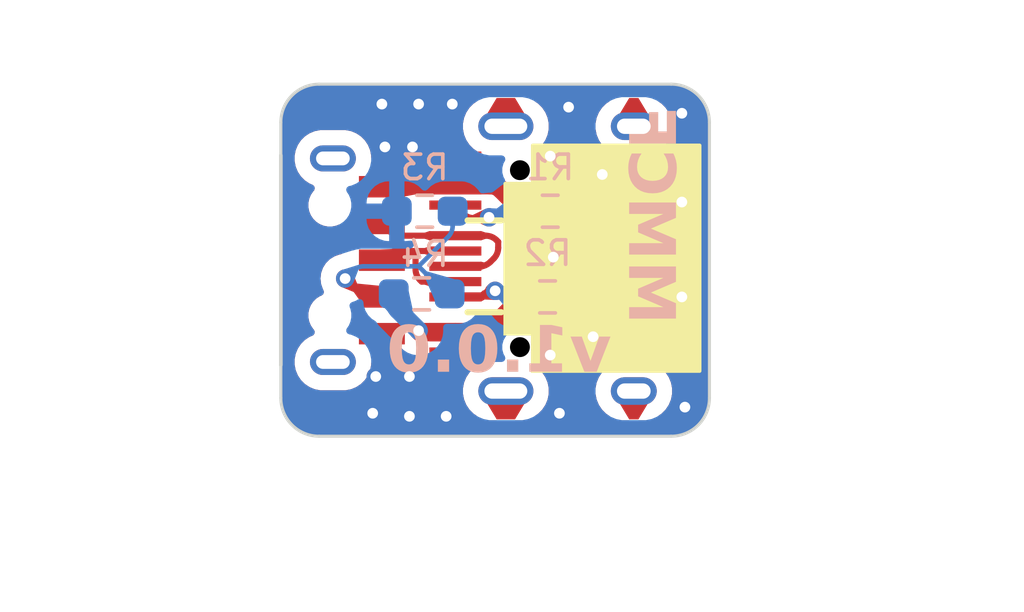
<source format=kicad_pcb>
(kicad_pcb (version 20240108) (generator "pcbnew") (generator_version "8.0")
  (title_block (title "USB MM-CF Adapter") (rev "v1.0.0") (company "Atsushi Morimoto (@74th)"))
  (layers (0 "F.Cu" signal) (31 "B.Cu" signal) (34 "B.Paste" user) (35 "F.Paste" user) (36 "B.SilkS" user "B.Silkscreen") (37 "F.SilkS" user "F.Silkscreen") (38 "B.Mask" user) (39 "F.Mask" user) (44 "Edge.Cuts" user))
  (net 0 "")
  (net 1 "GND")
  (net 2 "Net-(J2-CC2)")
  (net 3 "Net-(J2-CC1)")
  (net 4 "Net-(J2-D-)")
  (net 5 "Net-(J2-D+)")
  (net 6 "Net-(J2-VBUS)")
  (net 8 "Net-(J3-ID)")
  (footprint "74th:Connector_USB-C-Receptacle_SMT_12-Pin_Simple" (layer "F.Cu") (at 74.83 40.95 90)
    (property "Reference" "J2" (hide yes))
    (property "Value" "USB2.0-C_SMT")
    (fp_line (start 1.25 -4.23) (end 1.25 -5.33) (stroke (width 0.2)) (layer "F.SilkS"))
    (fp_line (start -1.75 -4.23) (end -1.75 -5.33) (stroke (width 0.2)) (layer "F.SilkS"))
    (fp_rect (start -2.45 -4.1) (end 2.45 -2.85) (stroke (width 0.12)) (fill solid) (layer "F.SilkS"))
    (fp_rect (start -3.67 -3.2) (end 3.7 2.25) (stroke (width 0.12)) (fill solid) (layer "F.SilkS"))
    (pad "" np_thru_hole circle (at -2.89 -3.62 270) (size 0.65 0.65) (drill 0.65) (layers "*.Mask"))
    (pad "" np_thru_hole circle (at 2.89 -3.62 270) (size 0.65 0.65) (drill 0.65) (layers "*.Mask"))
    (pad "1" smd rect (at -2.4 -5.73 270) (size 0.6 1.7) (layers "F.Cu" "F.Paste" "F.Mask") (net 6 "Net-(J2-VBUS)"))
    (pad "1" smd rect (at 2.4 -5.73 270) (size 0.6 1.7) (layers "F.Cu" "F.Paste" "F.Mask") (net 6 "Net-(J2-VBUS)"))
    (pad "2" smd rect (at -0.75 -5.73 270) (size 0.3 1.7) (layers "F.Cu" "F.Paste" "F.Mask") (net 4 "Net-(J2-D-)"))
    (pad "2" smd rect (at 0.25 -5.73 270) (size 0.3 1.7) (layers "F.Cu" "F.Paste" "F.Mask") (net 4 "Net-(J2-D-)"))
    (pad "3" smd rect (at -0.25 -5.73 270) (size 0.3 1.7) (layers "F.Cu" "F.Paste" "F.Mask") (net 5 "Net-(J2-D+)"))
    (pad "3" smd rect (at 0.75 -5.73 270) (size 0.3 1.7) (layers "F.Cu" "F.Paste" "F.Mask") (net 5 "Net-(J2-D+)"))
    (pad "4" smd rect (at -3.2 -5.73 270) (size 0.6 1.7) (layers "F.Cu" "F.Paste" "F.Mask") (net 1 "GND"))
    (pad "4" smd rect (at 3.2 -5.73 270) (size 0.6 1.7) (layers "F.Cu" "F.Paste" "F.Mask") (net 1 "GND"))
    (pad "5" smd rect (at -1.25 -5.73 270) (size 0.3 1.7) (layers "F.Cu" "F.Paste" "F.Mask") (net 3 "Net-(J2-CC1)"))
    (pad "6" smd rect (at 1.75 -5.73 270) (size 0.3 1.7) (layers "F.Cu" "F.Paste" "F.Mask") (net 2 "Net-(J2-CC2)"))
    (pad "7" smd trapezoid (at -5 -4.08 180) (size 0.9 0.5) (rect_delta 0 0.3) (layers "F.Cu" "F.Paste" "F.Mask"))
    (pad "7" smd trapezoid (at -5 0.1 180) (size 0.6 0.5) (rect_delta 0 0.3) (layers "F.Cu" "F.Paste" "F.Mask"))
    (pad "7" thru_hole oval (at -4.325 -4.08 270) (size 0.9 1.8) (drill oval 0.5 1.4) (layers "*.Cu" "*.Mask"))
    (pad "7" thru_hole oval (at -4.325 0.1 270) (size 0.9 1.5) (drill oval 0.5 1.1) (layers "*.Cu" "*.Mask"))
    (pad "7" thru_hole oval (at 4.325 -4.08 270) (size 0.9 1.8) (drill oval 0.5 1.4) (layers "*.Cu" "*.Mask"))
    (pad "7" thru_hole oval (at 4.325 0.1 270) (size 0.9 1.5) (drill oval 0.5 1.1) (layers "*.Cu" "*.Mask"))
    (pad "7" smd trapezoid (at 5 -4.08) (size 0.9 0.5) (rect_delta 0 0.3) (layers "F.Cu" "F.Paste" "F.Mask"))
    (pad "7" smd trapezoid (at 5 0.1) (size 0.6 0.5) (rect_delta 0 0.3) (layers "F.Cu" "F.Paste" "F.Mask"))
  )
  (footprint "74th:Connector_USB-Micro-Plug_SMD" (layer "F.Cu") (at 65 41 -90)
    (property "Reference" "J3" (at 0 -7.2 -90) (layer "F.SilkS"))
    (property "Value" "USB_B_Micro")
    (fp_line (start -3.425 1.6) (end 3.425 1.6) (stroke (width 0.12)) (layer "Edge.Cuts"))
    (pad "" np_thru_hole circle (at -1.8 0 270) (size 0.9 0.9) (drill 0.9) (layers "F&B.Cu" "*.Mask"))
    (pad "" np_thru_hole circle (at 1.8 0 270) (size 0.9 0.9) (drill 0.9) (layers "F&B.Cu" "*.Mask"))
    (pad "1" smd rect (at -2.4 -1.7 270) (size 0.7 1.5) (layers "F.Cu" "F.Paste" "F.Mask") (net 6 "Net-(J2-VBUS)"))
    (pad "2" smd rect (at -1.2 -1.7 270) (size 0.7 1.5) (layers "F.Cu" "F.Paste" "F.Mask") (net 5 "Net-(J2-D+)"))
    (pad "3" smd rect (at 0 -1.7 270) (size 0.7 1.5) (layers "F.Cu" "F.Paste" "F.Mask") (net 4 "Net-(J2-D-)"))
    (pad "4" smd rect (at 1.2 -1.7 270) (size 0.7 1.5) (layers "F.Cu" "F.Paste" "F.Mask") (net 8 "Net-(J3-ID)"))
    (pad "5" smd rect (at 2.4 -1.7 270) (size 0.7 1.5) (layers "F.Cu" "F.Paste" "F.Mask") (net 1 "GND"))
    (pad "6" thru_hole oval (at -3.325 -0.1 270) (size 0.85 1.5) (drill oval 0.45 1.1) (layers "*.Cu" "*.Mask"))
    (pad "6" thru_hole oval (at 3.325 -0.1 270) (size 0.85 1.5) (drill oval 0.45 1.1) (layers "*.Cu" "*.Mask"))
  )
  (footprint "74th:Register_0603_1608" (layer "B.Cu") (at 72.2 39.4 180)
    (property "Reference" "R1" (at 0 1.43 0) (layer "B.SilkS") (effects (font (size 0.8 0.8) (thickness 0.12)) (justify mirror)))
    (property "Value" "56k" (hide yes))
    (fp_line (start 0.254724 0.5225) (end -0.254724 0.5225) (stroke (width 0.12)) (layer "B.SilkS"))
    (fp_line (start 0.254724 -0.5225) (end -0.254724 -0.5225) (stroke (width 0.12)) (layer "B.SilkS"))
    (pad "1" smd roundrect (at -0.9125 0 180) (size 0.975 0.95) (layers "B.Cu" "B.Paste" "B.Mask") (net 6 "Net-(J2-VBUS)"))
    (pad "2" smd roundrect (at 0.9125 0 180) (size 0.975 0.95) (layers "B.Cu" "B.Paste" "B.Mask") (net 2 "Net-(J2-CC2)"))
  )
  (footprint "74th:Register_0603_1608" (layer "B.Cu") (at 68.1 39.4 180)
    (property "Reference" "R3" (at 0 1.43 0) (layer "B.SilkS") (effects (font (size 0.8 0.8) (thickness 0.12)) (justify mirror)))
    (property "Value" "10(NC)" (hide yes))
    (fp_line (start 0.254724 0.5225) (end -0.254724 0.5225) (stroke (width 0.12)) (layer "B.SilkS"))
    (fp_line (start 0.254724 -0.5225) (end -0.254724 -0.5225) (stroke (width 0.12)) (layer "B.SilkS"))
    (pad "1" smd roundrect (at -0.9125 0 180) (size 0.975 0.95) (layers "B.Cu" "B.Paste" "B.Mask") (net 8 "Net-(J3-ID)"))
    (pad "2" smd roundrect (at 0.9125 0 180) (size 0.975 0.95) (layers "B.Cu" "B.Paste" "B.Mask") (net 1 "GND"))
  )
  (footprint "74th:Register_0603_1608" (layer "B.Cu") (at 68 42.1)
    (property "Reference" "R4" (at 0.1 -1.3 0) (layer "B.SilkS") (effects (font (size 0.8 0.8) (thickness 0.12)) (justify mirror)))
    (property "Value" "10(NC)" (hide yes))
    (fp_line (start 0.254724 -0.5225) (end -0.254724 -0.5225) (stroke (width 0.12)) (layer "B.SilkS"))
    (fp_line (start 0.254724 0.5225) (end -0.254724 0.5225) (stroke (width 0.12)) (layer "B.SilkS"))
    (pad "1" smd roundrect (at -0.9125 0) (size 0.975 0.95) (layers "B.Cu" "B.Paste" "B.Mask") (net 6 "Net-(J2-VBUS)"))
    (pad "2" smd roundrect (at 0.9125 0) (size 0.975 0.95) (layers "B.Cu" "B.Paste" "B.Mask") (net 8 "Net-(J3-ID)"))
  )
  (footprint "74th:Register_0603_1608" (layer "B.Cu") (at 72.1125 42.2 180)
    (property "Reference" "R2" (at 0 1.43 0) (layer "B.SilkS") (effects (font (size 0.8 0.8) (thickness 0.12)) (justify mirror)))
    (property "Value" "56k" (hide yes))
    (fp_line (start 0.254724 0.5225) (end -0.254724 0.5225) (stroke (width 0.12)) (layer "B.SilkS"))
    (fp_line (start 0.254724 -0.5225) (end -0.254724 -0.5225) (stroke (width 0.12)) (layer "B.SilkS"))
    (pad "1" smd roundrect (at -0.9125 0 180) (size 0.975 0.95) (layers "B.Cu" "B.Paste" "B.Mask") (net 6 "Net-(J2-VBUS)"))
    (pad "2" smd roundrect (at 0.9125 0 180) (size 0.975 0.95) (layers "B.Cu" "B.Paste" "B.Mask") (net 3 "Net-(J2-CC1)"))
  )
  (gr_arc (start 76.15 35.25) (mid 77.033883 35.616117) (end 77.4 36.5) (stroke (width 0.1)) (layer "Edge.Cuts"))
  (gr_arc (start 64.65 46.75) (mid 63.766117 46.383883) (end 63.4 45.5) (stroke (width 0.1)) (layer "Edge.Cuts"))
  (gr_line (start 63.4 36.5) (end 63.4 37.575) (stroke (width 0.1)) (layer "Edge.Cuts"))
  (gr_line (start 63.4 44.425) (end 63.4 45.5) (stroke (width 0.1)) (layer "Edge.Cuts"))
  (gr_line (start 76.15 46.75) (end 64.65 46.75) (stroke (width 0.1)) (layer "Edge.Cuts"))
  (gr_arc (start 63.4 36.5) (mid 63.766117 35.616117) (end 64.65 35.25) (stroke (width 0.1)) (layer "Edge.Cuts"))
  (gr_line (start 77.4 36.5) (end 77.4 45.5) (stroke (width 0.1)) (layer "Edge.Cuts"))
  (gr_line (start 76.15 35.25) (end 64.65 35.25) (stroke (width 0.1)) (layer "Edge.Cuts"))
  (gr_arc (start 77.4 45.5) (mid 77.033883 46.383883) (end 76.15 46.75) (stroke (width 0.1)) (layer "Edge.Cuts"))
  (gr_text "MMCF" (at 75.4 43.1 -90) (layer "B.SilkS") (effects (font (size 1.5 1.5) (thickness 0.3) (bold yes)) (justify left mirror)))
  (gr_text "v1.0.0" (at 74.2 44.9 0) (layer "B.SilkS") (effects (font (size 1.5 1.5) (thickness 0.3) (bold yes)) (justify left bottom mirror)))
  (via (at 66.8 37.3) (size 0.6) (drill 0.35) (layers "F.Cu" "B.Cu") (net 1))
  (via (at 73.9 38.2) (size 0.6) (drill 0.35) (layers "F.Cu" "B.Cu") (net 1))
  (via (at 67.7 37.3) (size 0.6) (drill 0.35) (layers "F.Cu" "B.Cu") (net 1))
  (via (at 66.7 35.9) (size 0.6) (drill 0.35) (layers "F.Cu" "B.Cu") (net 1))
  (via (at 66.4 46) (size 0.6) (drill 0.35) (layers "F.Cu" "B.Cu") (net 1))
  (via (at 76.5 42.2) (size 0.6) (drill 0.35) (layers "F.Cu" "B.Cu") (net 1))
  (via (at 67.6 44.8) (size 0.6) (drill 0.35) (layers "F.Cu" "B.Cu") (net 1))
  (via (at 76.5 36.2) (size 0.6) (drill 0.35) (layers "F.Cu" "B.Cu") (net 1))
  (via (at 72.2 44.1) (size 0.6) (drill 0.35) (layers "F.Cu" "B.Cu") (net 1))
  (via (at 72.8 36) (size 0.6) (drill 0.35) (layers "F.Cu" "B.Cu") (net 1))
  (via (at 67.6 46.1) (size 0.6) (drill 0.35) (layers "F.Cu" "B.Cu") (net 1))
  (via (at 66.5 44.8) (size 0.6) (drill 0.35) (layers "F.Cu" "B.Cu") (net 1))
  (via (at 72.5 46) (size 0.6) (drill 0.35) (layers "F.Cu" "B.Cu") (net 1))
  (via (at 72.2 37.6) (size 0.6) (drill 0.35) (layers "F.Cu" "B.Cu") (net 1))
  (via (at 76.5 39.1) (size 0.6) (drill 0.35) (layers "F.Cu" "B.Cu") (net 1))
  (via (at 76.6 45.8) (size 0.6) (drill 0.35) (layers "F.Cu" "B.Cu") (net 1))
  (via (at 68.8 46.1) (size 0.6) (drill 0.35) (layers "F.Cu" "B.Cu") (net 1))
  (via (at 73.6 43.5) (size 0.6) (drill 0.35) (layers "F.Cu" "B.Cu") (net 1))
  (via (at 67.9 35.9) (size 0.6) (drill 0.35) (layers "F.Cu" "B.Cu") (net 1))
  (via (at 69 35.9) (size 0.6) (drill 0.35) (layers "F.Cu" "B.Cu") (net 1))
  (segment (start 70.2 39.6) (end 69.707107 39.6) (width 0.15) (layer "F.Cu") (net 2))
  (segment (start 69.353553 39.453553) (end 69.1 39.2) (width 0.15) (layer "F.Cu") (net 2))
  (via (at 70.2 39.6) (size 0.6) (drill 0.35) (layers "F.Cu" "B.Cu") (net 2))
  (arc (start 69.707107 39.6) (mid 69.515765 39.56194) (end 69.353553 39.453553) (width 0.15) (layer "F.Cu") (net 2))
  (segment (start 71.2875 39.4) (end 70.607107 39.4) (width 0.15) (layer "B.Cu") (net 2))
  (segment (start 70.253553 39.546447) (end 70.2 39.6) (width 0.15) (layer "B.Cu") (net 2))
  (arc (start 70.607107 39.4) (mid 70.415765 39.43806) (end 70.253553 39.546447) (width 0.15) (layer "B.Cu") (net 2))
  (segment (start 69.1 42.2) (end 69.992893 42.2) (width 0.15) (layer "F.Cu") (net 3))
  (segment (start 70.346447 42.053553) (end 70.4 42) (width 0.15) (layer "F.Cu") (net 3))
  (via (at 70.4 42) (size 0.6) (drill 0.35) (layers "F.Cu" "B.Cu") (net 3))
  (arc (start 69.992893 42.2) (mid 70.184235 42.16194) (end 70.346447 42.053553) (width 0.15) (layer "F.Cu") (net 3))
  (segment (start 70.453553 42.053553) (end 70.4 42) (width 0.15) (layer "B.Cu") (net 3))
  (segment (start 71.2 42.2) (end 70.807107 42.2) (width 0.15) (layer "B.Cu") (net 3))
  (arc (start 70.453553 42.053553) (mid 70.615765 42.16194) (end 70.807107 42.2) (width 0.15) (layer "B.Cu") (net 3))
  (segment (start 68 41.7) (end 67.946446 41.646446) (width 0.2) (layer "F.Cu") (net 4))
  (segment (start 66.853553 40.846447) (end 66.7 41) (width 0.2) (layer "F.Cu") (net 4))
  (segment (start 69.1 40.7) (end 67.7 40.7) (width 0.2) (layer "F.Cu") (net 4))
  (segment (start 67.7 40.7) (end 67.207107 40.7) (width 0.2) (layer "F.Cu") (net 4))
  (segment (start 67.8 41.292893) (end 67.8 40.8) (width 0.2) (layer "F.Cu") (net 4))
  (segment (start 69.1 41.7) (end 68 41.7) (width 0.2) (layer "F.Cu") (net 4))
  (segment (start 67.8 40.8) (end 67.7 40.7) (width 0.2) (layer "F.Cu") (net 4))
  (arc (start 67.8 41.292893) (mid 67.83806 41.484234) (end 67.946446 41.646446) (width 0.2) (layer "F.Cu") (net 4))
  (arc (start 67.207107 40.7) (mid 67.015765 40.73806) (end 66.853553 40.846447) (width 0.2) (layer "F.Cu") (net 4))
  (segment (start 70.446447 40.346447) (end 70.5 40.4) (width 0.2) (layer "F.Cu") (net 5))
  (segment (start 70.246447 41.053553) (end 70.353554 40.946446) (width 0.2) (layer "F.Cu") (net 5))
  (segment (start 66.953553 40.053553) (end 66.7 39.8) (width 0.2) (layer "F.Cu") (net 5))
  (segment (start 70.5 40.4) (end 70.5 40.592893) (width 0.2) (layer "F.Cu") (net 5))
  (segment (start 69.1 40.2) (end 70.092893 40.2) (width 0.2) (layer "F.Cu") (net 5))
  (segment (start 69.1 41.2) (end 69.892893 41.2) (width 0.2) (layer "F.Cu") (net 5))
  (segment (start 69.1 40.2) (end 67.307107 40.2) (width 0.2) (layer "F.Cu") (net 5))
  (arc (start 70.246447 41.053553) (mid 70.084235 41.16194) (end 69.892893 41.2) (width 0.2) (layer "F.Cu") (net 5))
  (arc (start 67.307107 40.2) (mid 67.115765 40.16194) (end 66.953553 40.053553) (width 0.2) (layer "F.Cu") (net 5))
  (arc (start 70.5 40.592893) (mid 70.46194 40.784234) (end 70.353554 40.946446) (width 0.2) (layer "F.Cu") (net 5))
  (arc (start 70.446447 40.346447) (mid 70.284235 40.23806) (end 70.092893 40.2) (width 0.2) (layer "F.Cu") (net 5))
  (segment (start 70.6 42.9) (end 71.203554 42.296446) (width 0.6) (layer "F.Cu") (net 6))
  (segment (start 69.1 43.35) (end 69.942893 43.35) (width 0.6) (layer "F.Cu") (net 6))
  (segment (start 69.1 38.55) (end 70.242893 38.55) (width 0.6) (layer "F.Cu") (net 6))
  (segment (start 70.596447 38.696447) (end 71.203554 39.303554) (width 0.6) (layer "F.Cu") (net 6))
  (segment (start 70.296447 43.203553) (end 70.6 42.9) (width 0.6) (layer "F.Cu") (net 6))
  (segment (start 69.1 43.35) (end 67.95 43.35) (width 0.6) (layer "F.Cu") (net 6))
  (segment (start 69.1 38.55) (end 66.75 38.55) (width 0.6) (layer "F.Cu") (net 6))
  (segment (start 71.35 40.9) (end 72.3 40.9) (width 0.6) (layer "F.Cu") (net 6))
  (segment (start 71.35 40.9) (end 71.35 41.942893) (width 0.6) (layer "F.Cu") (net 6))
  (segment (start 66.75 38.55) (end 66.7 38.6) (width 0.6) (layer "F.Cu") (net 6))
  (segment (start 71.35 39.657107) (end 71.35 40.9) (width 0.6) (layer "F.Cu") (net 6))
  (segment (start 67.95 43.35) (end 67.9 43.3) (width 0.6) (layer "F.Cu") (net 6))
  (via (at 67.9 43.3) (size 0.6) (drill 0.35) (layers "F.Cu" "B.Cu") (net 6))
  (via (at 72.3 40.9) (size 0.6) (drill 0.35) (layers "F.Cu" "B.Cu") (net 6))
  (arc (start 71.203554 42.296446) (mid 71.31194 42.134234) (end 71.35 41.942893) (width 0.6) (layer "F.Cu") (net 6))
  (arc (start 70.242893 38.55) (mid 70.434235 38.58806) (end 70.596447 38.696447) (width 0.6) (layer "F.Cu") (net 6))
  (arc (start 69.942893 43.35) (mid 70.134235 43.31194) (end 70.296447 43.203553) (width 0.6) (layer "F.Cu") (net 6))
  (arc (start 71.203554 39.303554) (mid 71.31194 39.465766) (end 71.35 39.657107) (width 0.6) (layer "F.Cu") (net 6))
  (segment (start 73.025 41.832107) (end 73.025 42.2) (width 0.6) (layer "B.Cu") (net 6))
  (segment (start 67.0875 42.1) (end 67.0875 42.280393) (width 0.6) (layer "B.Cu") (net 6))
  (segment (start 72.3 40.9) (end 72.878554 41.478554) (width 0.6) (layer "B.Cu") (net 6))
  (segment (start 73.1125 39.4) (end 73.1125 39.880393) (width 0.6) (layer "B.Cu") (net 6))
  (segment (start 67.233947 42.633947) (end 67.9 43.3) (width 0.6) (layer "B.Cu") (net 6))
  (segment (start 72.966053 40.233947) (end 72.3 40.9) (width 0.6) (layer "B.Cu") (net 6))
  (arc (start 73.1125 39.880393) (mid 73.07444 40.071735) (end 72.966053 40.233947) (width 0.6) (layer "B.Cu") (net 6))
  (arc (start 67.0875 42.280393) (mid 67.12556 42.471735) (end 67.233947 42.633947) (width 0.6) (layer "B.Cu") (net 6))
  (arc (start 73.025 41.832107) (mid 72.98694 41.640766) (end 72.878554 41.478554) (width 0.6) (layer "B.Cu") (net 6))
  (segment (start 66.7 42.2) (end 66.307107 42.2) (width 0.15) (layer "F.Cu") (net 8))
  (segment (start 65.953553 42.053553) (end 65.5 41.6) (width 0.15) (layer "F.Cu") (net 8))
  (via (at 65.5 41.6) (size 0.6) (drill 0.35) (layers "F.Cu" "B.Cu") (net 8))
  (arc (start 66.307107 42.2) (mid 66.115765 42.16194) (end 65.953553 42.053553) (width 0.15) (layer "F.Cu") (net 8))
  (segment (start 65.753553 41.346447) (end 65.5 41.6) (width 0.15) (layer "B.Cu") (net 8))
  (segment (start 67.9 41.2) (end 68.866054 40.233946) (width 0.15) (layer "B.Cu") (net 8))
  (segment (start 68.8 42.1) (end 67.9 41.2) (width 0.15) (layer "B.Cu") (net 8))
  (segment (start 66.9 41.2) (end 66.107107 41.2) (width 0.15) (layer "B.Cu") (net 8))
  (segment (start 67.9 41.2) (end 66.9 41.2) (width 0.15) (layer "B.Cu") (net 8))
  (segment (start 68.9125 42.1) (end 68.8 42.1) (width 0.15) (layer "B.Cu") (net 8))
  (segment (start 69.0125 39.880393) (end 69.0125 39.4) (width 0.15) (layer "B.Cu") (net 8))
  (arc (start 65.753553 41.346447) (mid 65.915765 41.23806) (end 66.107107 41.2) (width 0.15) (layer "B.Cu") (net 8))
  (arc (start 68.866054 40.233946) (mid 68.97444 40.071734) (end 69.0125 39.880393) (width 0.15) (layer "B.Cu") (net 8))
  (zone (net 1) (net_name "GND") (layers "F&B.Cu") (connect_pads (clearance 0.5)) (min_thickness 0.25) (fill yes (thermal_gap 0.5) (thermal_bridge_width 0.5))
    (polygon (pts (xy 62.5 32.5) (xy 82.5 32.5) (xy 82.5 52.5) (xy 62.5 52.5)))
  )
)
</source>
